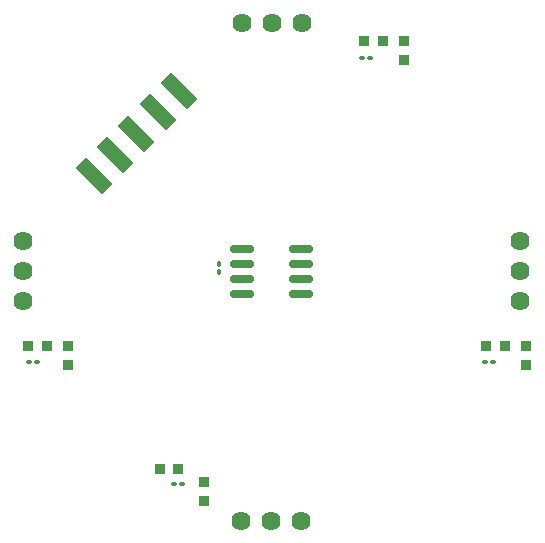
<source format=gbr>
%TF.GenerationSoftware,KiCad,Pcbnew,8.0.4*%
%TF.CreationDate,2024-09-16T16:08:37+01:00*%
%TF.ProjectId,algoritmi_motor_buttons_kicad,616c676f-7269-4746-9d69-5f6d6f746f72,rev?*%
%TF.SameCoordinates,Original*%
%TF.FileFunction,Soldermask,Top*%
%TF.FilePolarity,Negative*%
%FSLAX46Y46*%
G04 Gerber Fmt 4.6, Leading zero omitted, Abs format (unit mm)*
G04 Created by KiCad (PCBNEW 8.0.4) date 2024-09-16 16:08:37*
%MOMM*%
%LPD*%
G01*
G04 APERTURE LIST*
G04 Aperture macros list*
%AMRoundRect*
0 Rectangle with rounded corners*
0 $1 Rounding radius*
0 $2 $3 $4 $5 $6 $7 $8 $9 X,Y pos of 4 corners*
0 Add a 4 corners polygon primitive as box body*
4,1,4,$2,$3,$4,$5,$6,$7,$8,$9,$2,$3,0*
0 Add four circle primitives for the rounded corners*
1,1,$1+$1,$2,$3*
1,1,$1+$1,$4,$5*
1,1,$1+$1,$6,$7*
1,1,$1+$1,$8,$9*
0 Add four rect primitives between the rounded corners*
20,1,$1+$1,$2,$3,$4,$5,0*
20,1,$1+$1,$4,$5,$6,$7,0*
20,1,$1+$1,$6,$7,$8,$9,0*
20,1,$1+$1,$8,$9,$2,$3,0*%
%AMRotRect*
0 Rectangle, with rotation*
0 The origin of the aperture is its center*
0 $1 length*
0 $2 width*
0 $3 Rotation angle, in degrees counterclockwise*
0 Add horizontal line*
21,1,$1,$2,0,0,$3*%
G04 Aperture macros list end*
%ADD10R,0.900000X0.950000*%
%ADD11RoundRect,0.100000X-0.130000X-0.100000X0.130000X-0.100000X0.130000X0.100000X-0.130000X0.100000X0*%
%ADD12C,1.620000*%
%ADD13R,0.950000X0.900000*%
%ADD14RoundRect,0.150000X-0.825000X-0.150000X0.825000X-0.150000X0.825000X0.150000X-0.825000X0.150000X0*%
%ADD15RotRect,1.270000X3.180000X45.000000*%
%ADD16RoundRect,0.100000X-0.100000X0.130000X-0.100000X-0.130000X0.100000X-0.130000X0.100000X0.130000X0*%
G04 APERTURE END LIST*
D10*
%TO.C,R5*%
X152300000Y-71200000D03*
X150700000Y-71200000D03*
%TD*%
%TO.C,R7*%
X135000000Y-107400000D03*
X133400000Y-107400000D03*
%TD*%
D11*
%TO.C,C4*%
X150560000Y-72600000D03*
X151240000Y-72600000D03*
%TD*%
%TO.C,C5*%
X134610000Y-108750000D03*
X135290000Y-108750000D03*
%TD*%
D12*
%TO.C,J2*%
X121800000Y-93240000D03*
X121800000Y-90700000D03*
X121800000Y-88160000D03*
%TD*%
D10*
%TO.C,R2*%
X123855000Y-97000000D03*
X122255000Y-97000000D03*
%TD*%
D11*
%TO.C,C3*%
X160915000Y-98400000D03*
X161595000Y-98400000D03*
%TD*%
D12*
%TO.C,J5*%
X145390000Y-111800000D03*
X142850000Y-111800000D03*
X140310000Y-111800000D03*
%TD*%
D11*
%TO.C,C2*%
X122315000Y-98400000D03*
X122995000Y-98400000D03*
%TD*%
D13*
%TO.C,R6*%
X154100000Y-72800000D03*
X154100000Y-71200000D03*
%TD*%
D10*
%TO.C,R3*%
X162655000Y-97000000D03*
X161055000Y-97000000D03*
%TD*%
D14*
%TO.C,U1*%
X140401217Y-88825772D03*
X140401217Y-90095772D03*
X140401217Y-91365772D03*
X140401217Y-92635772D03*
X145351217Y-92635772D03*
X145351217Y-91365772D03*
X145351217Y-90095772D03*
X145351217Y-88825772D03*
%TD*%
D15*
%TO.C,J1*%
X127851922Y-82636126D03*
X129647973Y-80840075D03*
X131444024Y-79044024D03*
X133240075Y-77247973D03*
X135036126Y-75451922D03*
%TD*%
D16*
%TO.C,C1*%
X138400000Y-90060000D03*
X138400000Y-90740000D03*
%TD*%
D12*
%TO.C,J4*%
X140360000Y-69650000D03*
X142900000Y-69650000D03*
X145440000Y-69650000D03*
%TD*%
D13*
%TO.C,R1*%
X125655000Y-98600000D03*
X125655000Y-97000000D03*
%TD*%
D12*
%TO.C,J3*%
X163950000Y-88160000D03*
X163950000Y-90700000D03*
X163950000Y-93240000D03*
%TD*%
D13*
%TO.C,R8*%
X137200000Y-110150000D03*
X137200000Y-108550000D03*
%TD*%
%TO.C,R4*%
X164455000Y-98600000D03*
X164455000Y-97000000D03*
%TD*%
M02*

</source>
